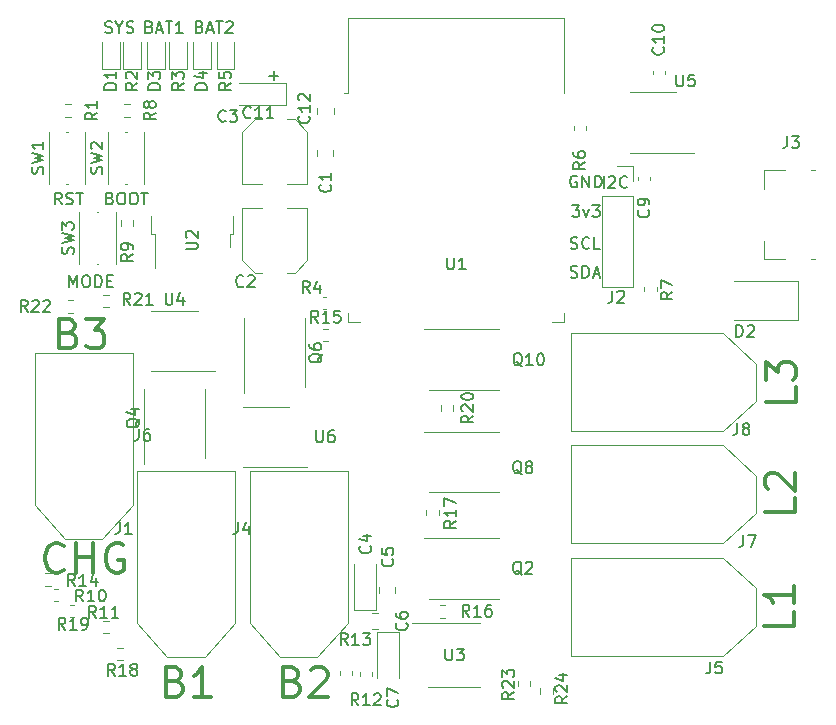
<source format=gbr>
G04 #@! TF.GenerationSoftware,KiCad,Pcbnew,(5.1.7-0-10_14)*
G04 #@! TF.CreationDate,2021-02-01T21:43:09+11:00*
G04 #@! TF.ProjectId,esp32_battery_isolator,65737033-325f-4626-9174-746572795f69,rev?*
G04 #@! TF.SameCoordinates,Original*
G04 #@! TF.FileFunction,Legend,Top*
G04 #@! TF.FilePolarity,Positive*
%FSLAX46Y46*%
G04 Gerber Fmt 4.6, Leading zero omitted, Abs format (unit mm)*
G04 Created by KiCad (PCBNEW (5.1.7-0-10_14)) date 2021-02-01 21:43:09*
%MOMM*%
%LPD*%
G01*
G04 APERTURE LIST*
%ADD10C,0.150000*%
%ADD11C,0.300000*%
%ADD12C,0.120000*%
G04 APERTURE END LIST*
D10*
X129169047Y-80221428D02*
X129930952Y-80221428D01*
X129550000Y-80602380D02*
X129550000Y-79840476D01*
D11*
X112238095Y-101971428D02*
X112595238Y-102090476D01*
X112714285Y-102209523D01*
X112833333Y-102447619D01*
X112833333Y-102804761D01*
X112714285Y-103042857D01*
X112595238Y-103161904D01*
X112357142Y-103280952D01*
X111404761Y-103280952D01*
X111404761Y-100780952D01*
X112238095Y-100780952D01*
X112476190Y-100900000D01*
X112595238Y-101019047D01*
X112714285Y-101257142D01*
X112714285Y-101495238D01*
X112595238Y-101733333D01*
X112476190Y-101852380D01*
X112238095Y-101971428D01*
X111404761Y-101971428D01*
X113666666Y-100780952D02*
X115214285Y-100780952D01*
X114380952Y-101733333D01*
X114738095Y-101733333D01*
X114976190Y-101852380D01*
X115095238Y-101971428D01*
X115214285Y-102209523D01*
X115214285Y-102804761D01*
X115095238Y-103042857D01*
X114976190Y-103161904D01*
X114738095Y-103280952D01*
X114023809Y-103280952D01*
X113785714Y-103161904D01*
X113666666Y-103042857D01*
X173760952Y-106596666D02*
X173760952Y-107787142D01*
X171260952Y-107787142D01*
X171260952Y-106001428D02*
X171260952Y-104453809D01*
X172213333Y-105287142D01*
X172213333Y-104930000D01*
X172332380Y-104691904D01*
X172451428Y-104572857D01*
X172689523Y-104453809D01*
X173284761Y-104453809D01*
X173522857Y-104572857D01*
X173641904Y-104691904D01*
X173760952Y-104930000D01*
X173760952Y-105644285D01*
X173641904Y-105882380D01*
X173522857Y-106001428D01*
X173680952Y-115946666D02*
X173680952Y-117137142D01*
X171180952Y-117137142D01*
X171419047Y-115232380D02*
X171300000Y-115113333D01*
X171180952Y-114875238D01*
X171180952Y-114280000D01*
X171300000Y-114041904D01*
X171419047Y-113922857D01*
X171657142Y-113803809D01*
X171895238Y-113803809D01*
X172252380Y-113922857D01*
X173680952Y-115351428D01*
X173680952Y-113803809D01*
X111764285Y-122042857D02*
X111645238Y-122161904D01*
X111288095Y-122280952D01*
X111050000Y-122280952D01*
X110692857Y-122161904D01*
X110454761Y-121923809D01*
X110335714Y-121685714D01*
X110216666Y-121209523D01*
X110216666Y-120852380D01*
X110335714Y-120376190D01*
X110454761Y-120138095D01*
X110692857Y-119900000D01*
X111050000Y-119780952D01*
X111288095Y-119780952D01*
X111645238Y-119900000D01*
X111764285Y-120019047D01*
X112835714Y-122280952D02*
X112835714Y-119780952D01*
X112835714Y-120971428D02*
X114264285Y-120971428D01*
X114264285Y-122280952D02*
X114264285Y-119780952D01*
X116764285Y-119900000D02*
X116526190Y-119780952D01*
X116169047Y-119780952D01*
X115811904Y-119900000D01*
X115573809Y-120138095D01*
X115454761Y-120376190D01*
X115335714Y-120852380D01*
X115335714Y-121209523D01*
X115454761Y-121685714D01*
X115573809Y-121923809D01*
X115811904Y-122161904D01*
X116169047Y-122280952D01*
X116407142Y-122280952D01*
X116764285Y-122161904D01*
X116883333Y-122042857D01*
X116883333Y-121209523D01*
X116407142Y-121209523D01*
D10*
X112240476Y-98102380D02*
X112240476Y-97102380D01*
X112573809Y-97816666D01*
X112907142Y-97102380D01*
X112907142Y-98102380D01*
X113573809Y-97102380D02*
X113764285Y-97102380D01*
X113859523Y-97150000D01*
X113954761Y-97245238D01*
X114002380Y-97435714D01*
X114002380Y-97769047D01*
X113954761Y-97959523D01*
X113859523Y-98054761D01*
X113764285Y-98102380D01*
X113573809Y-98102380D01*
X113478571Y-98054761D01*
X113383333Y-97959523D01*
X113335714Y-97769047D01*
X113335714Y-97435714D01*
X113383333Y-97245238D01*
X113478571Y-97150000D01*
X113573809Y-97102380D01*
X114430952Y-98102380D02*
X114430952Y-97102380D01*
X114669047Y-97102380D01*
X114811904Y-97150000D01*
X114907142Y-97245238D01*
X114954761Y-97340476D01*
X115002380Y-97530952D01*
X115002380Y-97673809D01*
X114954761Y-97864285D01*
X114907142Y-97959523D01*
X114811904Y-98054761D01*
X114669047Y-98102380D01*
X114430952Y-98102380D01*
X115430952Y-97578571D02*
X115764285Y-97578571D01*
X115907142Y-98102380D02*
X115430952Y-98102380D01*
X115430952Y-97102380D01*
X115907142Y-97102380D01*
X111602380Y-91102380D02*
X111269047Y-90626190D01*
X111030952Y-91102380D02*
X111030952Y-90102380D01*
X111411904Y-90102380D01*
X111507142Y-90150000D01*
X111554761Y-90197619D01*
X111602380Y-90292857D01*
X111602380Y-90435714D01*
X111554761Y-90530952D01*
X111507142Y-90578571D01*
X111411904Y-90626190D01*
X111030952Y-90626190D01*
X111983333Y-91054761D02*
X112126190Y-91102380D01*
X112364285Y-91102380D01*
X112459523Y-91054761D01*
X112507142Y-91007142D01*
X112554761Y-90911904D01*
X112554761Y-90816666D01*
X112507142Y-90721428D01*
X112459523Y-90673809D01*
X112364285Y-90626190D01*
X112173809Y-90578571D01*
X112078571Y-90530952D01*
X112030952Y-90483333D01*
X111983333Y-90388095D01*
X111983333Y-90292857D01*
X112030952Y-90197619D01*
X112078571Y-90150000D01*
X112173809Y-90102380D01*
X112411904Y-90102380D01*
X112554761Y-90150000D01*
X112840476Y-90102380D02*
X113411904Y-90102380D01*
X113126190Y-91102380D02*
X113126190Y-90102380D01*
X115692857Y-90578571D02*
X115835714Y-90626190D01*
X115883333Y-90673809D01*
X115930952Y-90769047D01*
X115930952Y-90911904D01*
X115883333Y-91007142D01*
X115835714Y-91054761D01*
X115740476Y-91102380D01*
X115359523Y-91102380D01*
X115359523Y-90102380D01*
X115692857Y-90102380D01*
X115788095Y-90150000D01*
X115835714Y-90197619D01*
X115883333Y-90292857D01*
X115883333Y-90388095D01*
X115835714Y-90483333D01*
X115788095Y-90530952D01*
X115692857Y-90578571D01*
X115359523Y-90578571D01*
X116550000Y-90102380D02*
X116740476Y-90102380D01*
X116835714Y-90150000D01*
X116930952Y-90245238D01*
X116978571Y-90435714D01*
X116978571Y-90769047D01*
X116930952Y-90959523D01*
X116835714Y-91054761D01*
X116740476Y-91102380D01*
X116550000Y-91102380D01*
X116454761Y-91054761D01*
X116359523Y-90959523D01*
X116311904Y-90769047D01*
X116311904Y-90435714D01*
X116359523Y-90245238D01*
X116454761Y-90150000D01*
X116550000Y-90102380D01*
X117597619Y-90102380D02*
X117788095Y-90102380D01*
X117883333Y-90150000D01*
X117978571Y-90245238D01*
X118026190Y-90435714D01*
X118026190Y-90769047D01*
X117978571Y-90959523D01*
X117883333Y-91054761D01*
X117788095Y-91102380D01*
X117597619Y-91102380D01*
X117502380Y-91054761D01*
X117407142Y-90959523D01*
X117359523Y-90769047D01*
X117359523Y-90435714D01*
X117407142Y-90245238D01*
X117502380Y-90150000D01*
X117597619Y-90102380D01*
X118311904Y-90102380D02*
X118883333Y-90102380D01*
X118597619Y-91102380D02*
X118597619Y-90102380D01*
X123270714Y-76063571D02*
X123413571Y-76111190D01*
X123461190Y-76158809D01*
X123508809Y-76254047D01*
X123508809Y-76396904D01*
X123461190Y-76492142D01*
X123413571Y-76539761D01*
X123318333Y-76587380D01*
X122937380Y-76587380D01*
X122937380Y-75587380D01*
X123270714Y-75587380D01*
X123365952Y-75635000D01*
X123413571Y-75682619D01*
X123461190Y-75777857D01*
X123461190Y-75873095D01*
X123413571Y-75968333D01*
X123365952Y-76015952D01*
X123270714Y-76063571D01*
X122937380Y-76063571D01*
X123889761Y-76301666D02*
X124365952Y-76301666D01*
X123794523Y-76587380D02*
X124127857Y-75587380D01*
X124461190Y-76587380D01*
X124651666Y-75587380D02*
X125223095Y-75587380D01*
X124937380Y-76587380D02*
X124937380Y-75587380D01*
X125508809Y-75682619D02*
X125556428Y-75635000D01*
X125651666Y-75587380D01*
X125889761Y-75587380D01*
X125985000Y-75635000D01*
X126032619Y-75682619D01*
X126080238Y-75777857D01*
X126080238Y-75873095D01*
X126032619Y-76015952D01*
X125461190Y-76587380D01*
X126080238Y-76587380D01*
X115294523Y-76539761D02*
X115437380Y-76587380D01*
X115675476Y-76587380D01*
X115770714Y-76539761D01*
X115818333Y-76492142D01*
X115865952Y-76396904D01*
X115865952Y-76301666D01*
X115818333Y-76206428D01*
X115770714Y-76158809D01*
X115675476Y-76111190D01*
X115485000Y-76063571D01*
X115389761Y-76015952D01*
X115342142Y-75968333D01*
X115294523Y-75873095D01*
X115294523Y-75777857D01*
X115342142Y-75682619D01*
X115389761Y-75635000D01*
X115485000Y-75587380D01*
X115723095Y-75587380D01*
X115865952Y-75635000D01*
X116485000Y-76111190D02*
X116485000Y-76587380D01*
X116151666Y-75587380D02*
X116485000Y-76111190D01*
X116818333Y-75587380D01*
X117104047Y-76539761D02*
X117246904Y-76587380D01*
X117485000Y-76587380D01*
X117580238Y-76539761D01*
X117627857Y-76492142D01*
X117675476Y-76396904D01*
X117675476Y-76301666D01*
X117627857Y-76206428D01*
X117580238Y-76158809D01*
X117485000Y-76111190D01*
X117294523Y-76063571D01*
X117199285Y-76015952D01*
X117151666Y-75968333D01*
X117104047Y-75873095D01*
X117104047Y-75777857D01*
X117151666Y-75682619D01*
X117199285Y-75635000D01*
X117294523Y-75587380D01*
X117532619Y-75587380D01*
X117675476Y-75635000D01*
X119020714Y-76063571D02*
X119163571Y-76111190D01*
X119211190Y-76158809D01*
X119258809Y-76254047D01*
X119258809Y-76396904D01*
X119211190Y-76492142D01*
X119163571Y-76539761D01*
X119068333Y-76587380D01*
X118687380Y-76587380D01*
X118687380Y-75587380D01*
X119020714Y-75587380D01*
X119115952Y-75635000D01*
X119163571Y-75682619D01*
X119211190Y-75777857D01*
X119211190Y-75873095D01*
X119163571Y-75968333D01*
X119115952Y-76015952D01*
X119020714Y-76063571D01*
X118687380Y-76063571D01*
X119639761Y-76301666D02*
X120115952Y-76301666D01*
X119544523Y-76587380D02*
X119877857Y-75587380D01*
X120211190Y-76587380D01*
X120401666Y-75587380D02*
X120973095Y-75587380D01*
X120687380Y-76587380D02*
X120687380Y-75587380D01*
X121830238Y-76587380D02*
X121258809Y-76587380D01*
X121544523Y-76587380D02*
X121544523Y-75587380D01*
X121449285Y-75730238D01*
X121354047Y-75825476D01*
X121258809Y-75873095D01*
X155212741Y-88706671D02*
X155117503Y-88659051D01*
X154974646Y-88659051D01*
X154831788Y-88706671D01*
X154736550Y-88801909D01*
X154688931Y-88897147D01*
X154641312Y-89087623D01*
X154641312Y-89230480D01*
X154688931Y-89420956D01*
X154736550Y-89516194D01*
X154831788Y-89611432D01*
X154974646Y-89659051D01*
X155069884Y-89659051D01*
X155212741Y-89611432D01*
X155260360Y-89563813D01*
X155260360Y-89230480D01*
X155069884Y-89230480D01*
X155688931Y-89659051D02*
X155688931Y-88659051D01*
X156260360Y-89659051D01*
X156260360Y-88659051D01*
X156736550Y-89659051D02*
X156736550Y-88659051D01*
X156974646Y-88659051D01*
X157117503Y-88706671D01*
X157212741Y-88801909D01*
X157260360Y-88897147D01*
X157307979Y-89087623D01*
X157307979Y-89230480D01*
X157260360Y-89420956D01*
X157212741Y-89516194D01*
X157117503Y-89611432D01*
X156974646Y-89659051D01*
X156736550Y-89659051D01*
X154688606Y-97253194D02*
X154831463Y-97300813D01*
X155069558Y-97300813D01*
X155164796Y-97253194D01*
X155212415Y-97205575D01*
X155260034Y-97110337D01*
X155260034Y-97015099D01*
X155212415Y-96919861D01*
X155164796Y-96872242D01*
X155069558Y-96824623D01*
X154879082Y-96777004D01*
X154783844Y-96729385D01*
X154736225Y-96681766D01*
X154688606Y-96586528D01*
X154688606Y-96491290D01*
X154736225Y-96396052D01*
X154783844Y-96348433D01*
X154879082Y-96300813D01*
X155117177Y-96300813D01*
X155260034Y-96348433D01*
X155688606Y-97300813D02*
X155688606Y-96300813D01*
X155926701Y-96300813D01*
X156069558Y-96348433D01*
X156164796Y-96443671D01*
X156212415Y-96538909D01*
X156260034Y-96729385D01*
X156260034Y-96872242D01*
X156212415Y-97062718D01*
X156164796Y-97157956D01*
X156069558Y-97253194D01*
X155926701Y-97300813D01*
X155688606Y-97300813D01*
X156640987Y-97015099D02*
X157117177Y-97015099D01*
X156545749Y-97300813D02*
X156879082Y-96300813D01*
X157212415Y-97300813D01*
X154694477Y-94813570D02*
X154837334Y-94861189D01*
X155075430Y-94861189D01*
X155170668Y-94813570D01*
X155218287Y-94765951D01*
X155265906Y-94670713D01*
X155265906Y-94575475D01*
X155218287Y-94480237D01*
X155170668Y-94432618D01*
X155075430Y-94384999D01*
X154884954Y-94337380D01*
X154789715Y-94289761D01*
X154742096Y-94242142D01*
X154694477Y-94146904D01*
X154694477Y-94051666D01*
X154742096Y-93956428D01*
X154789715Y-93908809D01*
X154884954Y-93861189D01*
X155123049Y-93861189D01*
X155265906Y-93908809D01*
X156265906Y-94765951D02*
X156218287Y-94813570D01*
X156075430Y-94861189D01*
X155980192Y-94861189D01*
X155837334Y-94813570D01*
X155742096Y-94718332D01*
X155694477Y-94623094D01*
X155646858Y-94432618D01*
X155646858Y-94289761D01*
X155694477Y-94099285D01*
X155742096Y-94004047D01*
X155837334Y-93908809D01*
X155980192Y-93861189D01*
X156075430Y-93861189D01*
X156218287Y-93908809D01*
X156265906Y-93956428D01*
X157170668Y-94861189D02*
X156694477Y-94861189D01*
X156694477Y-93861189D01*
X154820046Y-91152490D02*
X155439094Y-91152490D01*
X155105761Y-91533443D01*
X155248618Y-91533443D01*
X155343856Y-91581062D01*
X155391475Y-91628681D01*
X155439094Y-91723919D01*
X155439094Y-91962014D01*
X155391475Y-92057252D01*
X155343856Y-92104871D01*
X155248618Y-92152490D01*
X154962903Y-92152490D01*
X154867665Y-92104871D01*
X154820046Y-92057252D01*
X155772427Y-91485824D02*
X156010523Y-92152490D01*
X156248618Y-91485824D01*
X156534332Y-91152490D02*
X157153380Y-91152490D01*
X156820046Y-91533443D01*
X156962903Y-91533443D01*
X157058142Y-91581062D01*
X157105761Y-91628681D01*
X157153380Y-91723919D01*
X157153380Y-91962014D01*
X157105761Y-92057252D01*
X157058142Y-92104871D01*
X156962903Y-92152490D01*
X156677189Y-92152490D01*
X156581951Y-92104871D01*
X156534332Y-92057252D01*
X157473809Y-89702380D02*
X157473809Y-88702380D01*
X157902380Y-88797619D02*
X157950000Y-88750000D01*
X158045238Y-88702380D01*
X158283333Y-88702380D01*
X158378571Y-88750000D01*
X158426190Y-88797619D01*
X158473809Y-88892857D01*
X158473809Y-88988095D01*
X158426190Y-89130952D01*
X157854761Y-89702380D01*
X158473809Y-89702380D01*
X159473809Y-89607142D02*
X159426190Y-89654761D01*
X159283333Y-89702380D01*
X159188095Y-89702380D01*
X159045238Y-89654761D01*
X158950000Y-89559523D01*
X158902380Y-89464285D01*
X158854761Y-89273809D01*
X158854761Y-89130952D01*
X158902380Y-88940476D01*
X158950000Y-88845238D01*
X159045238Y-88750000D01*
X159188095Y-88702380D01*
X159283333Y-88702380D01*
X159426190Y-88750000D01*
X159473809Y-88797619D01*
D11*
X173600952Y-125566666D02*
X173600952Y-126757142D01*
X171100952Y-126757142D01*
X173600952Y-123423809D02*
X173600952Y-124852380D01*
X173600952Y-124138095D02*
X171100952Y-124138095D01*
X171458095Y-124376190D01*
X171696190Y-124614285D01*
X171815238Y-124852380D01*
X131138095Y-131471428D02*
X131495238Y-131590476D01*
X131614285Y-131709523D01*
X131733333Y-131947619D01*
X131733333Y-132304761D01*
X131614285Y-132542857D01*
X131495238Y-132661904D01*
X131257142Y-132780952D01*
X130304761Y-132780952D01*
X130304761Y-130280952D01*
X131138095Y-130280952D01*
X131376190Y-130400000D01*
X131495238Y-130519047D01*
X131614285Y-130757142D01*
X131614285Y-130995238D01*
X131495238Y-131233333D01*
X131376190Y-131352380D01*
X131138095Y-131471428D01*
X130304761Y-131471428D01*
X132685714Y-130519047D02*
X132804761Y-130400000D01*
X133042857Y-130280952D01*
X133638095Y-130280952D01*
X133876190Y-130400000D01*
X133995238Y-130519047D01*
X134114285Y-130757142D01*
X134114285Y-130995238D01*
X133995238Y-131352380D01*
X132566666Y-132780952D01*
X134114285Y-132780952D01*
X121238095Y-131471428D02*
X121595238Y-131590476D01*
X121714285Y-131709523D01*
X121833333Y-131947619D01*
X121833333Y-132304761D01*
X121714285Y-132542857D01*
X121595238Y-132661904D01*
X121357142Y-132780952D01*
X120404761Y-132780952D01*
X120404761Y-130280952D01*
X121238095Y-130280952D01*
X121476190Y-130400000D01*
X121595238Y-130519047D01*
X121714285Y-130757142D01*
X121714285Y-130995238D01*
X121595238Y-131233333D01*
X121476190Y-131352380D01*
X121238095Y-131471428D01*
X120404761Y-131471428D01*
X124214285Y-132780952D02*
X122785714Y-132780952D01*
X123500000Y-132780952D02*
X123500000Y-130280952D01*
X123261904Y-130638095D01*
X123023809Y-130876190D01*
X122785714Y-130995238D01*
D12*
X127500000Y-113700000D02*
X127500000Y-126550000D01*
X130050000Y-129400000D02*
X133200000Y-129400000D01*
X135800000Y-126550000D02*
X135800000Y-113700000D01*
X135800000Y-113700000D02*
X127500000Y-113700000D01*
X127500000Y-126550000D02*
X130050000Y-129400000D01*
X133200000Y-129400000D02*
X135800000Y-126550000D01*
X134610000Y-86491422D02*
X134610000Y-87008578D01*
X133190000Y-86491422D02*
X133190000Y-87008578D01*
X139860000Y-124033578D02*
X139860000Y-123516422D01*
X138440000Y-124033578D02*
X138440000Y-123516422D01*
X138383578Y-127085000D02*
X137866422Y-127085000D01*
X138383578Y-125665000D02*
X137866422Y-125665000D01*
X116495000Y-79620000D02*
X116495000Y-77335000D01*
X115025000Y-79620000D02*
X116495000Y-79620000D01*
X115025000Y-77335000D02*
X115025000Y-79620000D01*
X118850000Y-77335000D02*
X118850000Y-79620000D01*
X118850000Y-79620000D02*
X120320000Y-79620000D01*
X120320000Y-79620000D02*
X120320000Y-77335000D01*
X118295000Y-79620000D02*
X118295000Y-77335000D01*
X116825000Y-79620000D02*
X118295000Y-79620000D01*
X116825000Y-77335000D02*
X116825000Y-79620000D01*
X120725000Y-77335000D02*
X120725000Y-79620000D01*
X120725000Y-79620000D02*
X122195000Y-79620000D01*
X122195000Y-79620000D02*
X122195000Y-77335000D01*
X134012779Y-99960000D02*
X133687221Y-99960000D01*
X134012779Y-98940000D02*
X133687221Y-98940000D01*
X154940000Y-84487221D02*
X154940000Y-84812779D01*
X155960000Y-84487221D02*
X155960000Y-84812779D01*
X160940000Y-98087221D02*
X160940000Y-98412779D01*
X161960000Y-98087221D02*
X161960000Y-98412779D01*
X111312779Y-123640000D02*
X110987221Y-123640000D01*
X111312779Y-124660000D02*
X110987221Y-124660000D01*
X112274721Y-125040000D02*
X112600279Y-125040000D01*
X112274721Y-126060000D02*
X112600279Y-126060000D01*
X136865000Y-130712221D02*
X136865000Y-131037779D01*
X137885000Y-130712221D02*
X137885000Y-131037779D01*
X135140000Y-130912779D02*
X135140000Y-130587221D01*
X136160000Y-130912779D02*
X136160000Y-130587221D01*
X132410000Y-91390000D02*
X130710000Y-91390000D01*
X126890000Y-91390000D02*
X128590000Y-91390000D01*
X126890000Y-95845563D02*
X126890000Y-91390000D01*
X132410000Y-95845563D02*
X132410000Y-91390000D01*
X131345563Y-96910000D02*
X130710000Y-96910000D01*
X127954437Y-96910000D02*
X128590000Y-96910000D01*
X127954437Y-96910000D02*
X126890000Y-95845563D01*
X131345563Y-96910000D02*
X132410000Y-95845563D01*
X127954437Y-83890000D02*
X126890000Y-84954437D01*
X131345563Y-83890000D02*
X132410000Y-84954437D01*
X131345563Y-83890000D02*
X130710000Y-83890000D01*
X127954437Y-83890000D02*
X128590000Y-83890000D01*
X126890000Y-84954437D02*
X126890000Y-89410000D01*
X132410000Y-84954437D02*
X132410000Y-89410000D01*
X132410000Y-89410000D02*
X130710000Y-89410000D01*
X126890000Y-89410000D02*
X128590000Y-89410000D01*
X161410000Y-88759420D02*
X161410000Y-89040580D01*
X160390000Y-88759420D02*
X160390000Y-89040580D01*
X162660000Y-80065580D02*
X162660000Y-79784420D01*
X161640000Y-80065580D02*
X161640000Y-79784420D01*
X173950000Y-100900000D02*
X173950000Y-97600000D01*
X173950000Y-97600000D02*
X168550000Y-97600000D01*
X173950000Y-100900000D02*
X168550000Y-100900000D01*
X122750000Y-77335000D02*
X122750000Y-79620000D01*
X122750000Y-79620000D02*
X124220000Y-79620000D01*
X124220000Y-79620000D02*
X124220000Y-77335000D01*
X118000000Y-113700000D02*
X118000000Y-126550000D01*
X120550000Y-129400000D02*
X123700000Y-129400000D01*
X126300000Y-126550000D02*
X126300000Y-113700000D01*
X126300000Y-113700000D02*
X118000000Y-113700000D01*
X118000000Y-126550000D02*
X120550000Y-129400000D01*
X123700000Y-129400000D02*
X126300000Y-126550000D01*
X157320000Y-90420000D02*
X159980000Y-90420000D01*
X157320000Y-90420000D02*
X157320000Y-98100000D01*
X157320000Y-98100000D02*
X159980000Y-98100000D01*
X159980000Y-90420000D02*
X159980000Y-98100000D01*
X159980000Y-87820000D02*
X159980000Y-89150000D01*
X158650000Y-87820000D02*
X159980000Y-87820000D01*
X172850000Y-95720000D02*
X171040000Y-95720000D01*
X171040000Y-95720000D02*
X171040000Y-94160000D01*
X172850000Y-88200000D02*
X171040000Y-88200000D01*
X171040000Y-88200000D02*
X171040000Y-89760000D01*
X175050000Y-88200000D02*
X175400000Y-88200000D01*
X175050000Y-95720000D02*
X175400000Y-95720000D01*
X112387258Y-83672500D02*
X111912742Y-83672500D01*
X112387258Y-82627500D02*
X111912742Y-82627500D01*
X126220000Y-79620000D02*
X126220000Y-77335000D01*
X124750000Y-79620000D02*
X126220000Y-79620000D01*
X124750000Y-77335000D02*
X124750000Y-79620000D01*
X135880000Y-100250000D02*
X135880000Y-101030000D01*
X135880000Y-101030000D02*
X136880000Y-101030000D01*
X154120000Y-100250000D02*
X154120000Y-101030000D01*
X154120000Y-101030000D02*
X153120000Y-101030000D01*
X135880000Y-75285000D02*
X154120000Y-75285000D01*
X154120000Y-75285000D02*
X154120000Y-81705000D01*
X135880000Y-75285000D02*
X135880000Y-81705000D01*
X135880000Y-81705000D02*
X135500000Y-81705000D01*
X144850000Y-131985000D02*
X147050000Y-131985000D01*
X144850000Y-131985000D02*
X142650000Y-131985000D01*
X144850000Y-126515000D02*
X147050000Y-126515000D01*
X144850000Y-126515000D02*
X141250000Y-126515000D01*
X161650000Y-81590000D02*
X159700000Y-81590000D01*
X161650000Y-81590000D02*
X163600000Y-81590000D01*
X161650000Y-86710000D02*
X159700000Y-86710000D01*
X161650000Y-86710000D02*
X165100000Y-86710000D01*
X112100000Y-84950000D02*
X112000000Y-84950000D01*
X113600000Y-89350000D02*
X113600000Y-84950000D01*
X110500000Y-84950000D02*
X110500000Y-89350000D01*
X112100000Y-89350000D02*
X112000000Y-89350000D01*
X117100000Y-89350000D02*
X117000000Y-89350000D01*
X115500000Y-84950000D02*
X115500000Y-89350000D01*
X118600000Y-89350000D02*
X118600000Y-84950000D01*
X117100000Y-84950000D02*
X117000000Y-84950000D01*
X114700000Y-96150000D02*
X114600000Y-96150000D01*
X113100000Y-91750000D02*
X113100000Y-96150000D01*
X116200000Y-96150000D02*
X116200000Y-91750000D01*
X114700000Y-91750000D02*
X114600000Y-91750000D01*
X133185000Y-83481252D02*
X133185000Y-82958748D01*
X134655000Y-83481252D02*
X134655000Y-82958748D01*
X117387258Y-83672500D02*
X116912742Y-83672500D01*
X117387258Y-82627500D02*
X116912742Y-82627500D01*
X116627500Y-92412742D02*
X116627500Y-92887258D01*
X117672500Y-92412742D02*
X117672500Y-92887258D01*
X119200000Y-92120000D02*
X119200000Y-93620000D01*
X119200000Y-93620000D02*
X119470000Y-93620000D01*
X119470000Y-93620000D02*
X119470000Y-96450000D01*
X126100000Y-92120000D02*
X126100000Y-93620000D01*
X126100000Y-93620000D02*
X125830000Y-93620000D01*
X125830000Y-93620000D02*
X125830000Y-94720000D01*
X123720000Y-112595000D02*
X123720000Y-106705000D01*
X118580000Y-113050000D02*
X118580000Y-106705000D01*
X127055000Y-107050000D02*
X127055000Y-100705000D01*
X132195000Y-106595000D02*
X132195000Y-100705000D01*
X110687258Y-122327500D02*
X110212742Y-122327500D01*
X110687258Y-123372500D02*
X110212742Y-123372500D01*
X134187258Y-102672500D02*
X133712742Y-102672500D01*
X134187258Y-101627500D02*
X133712742Y-101627500D01*
X128900000Y-113335000D02*
X132350000Y-113335000D01*
X128900000Y-113335000D02*
X126950000Y-113335000D01*
X128900000Y-108215000D02*
X130850000Y-108215000D01*
X128900000Y-108215000D02*
X126950000Y-108215000D01*
X115000000Y-119400000D02*
X117600000Y-116550000D01*
X109300000Y-116550000D02*
X111850000Y-119400000D01*
X117600000Y-103700000D02*
X109300000Y-103700000D01*
X117600000Y-116550000D02*
X117600000Y-103700000D01*
X111850000Y-119400000D02*
X115000000Y-119400000D01*
X109300000Y-103700000D02*
X109300000Y-116550000D01*
X170400000Y-114100000D02*
X167550000Y-111500000D01*
X167550000Y-119800000D02*
X170400000Y-117250000D01*
X154700000Y-111500000D02*
X154700000Y-119800000D01*
X167550000Y-111500000D02*
X154700000Y-111500000D01*
X170400000Y-117250000D02*
X170400000Y-114100000D01*
X154700000Y-119800000D02*
X167550000Y-119800000D01*
X154700000Y-110300000D02*
X167550000Y-110300000D01*
X170400000Y-107750000D02*
X170400000Y-104600000D01*
X167550000Y-102000000D02*
X154700000Y-102000000D01*
X154700000Y-102000000D02*
X154700000Y-110300000D01*
X167550000Y-110300000D02*
X170400000Y-107750000D01*
X170400000Y-104600000D02*
X167550000Y-102000000D01*
X142705000Y-124470000D02*
X148595000Y-124470000D01*
X142250000Y-119330000D02*
X148595000Y-119330000D01*
X142250000Y-110330000D02*
X148595000Y-110330000D01*
X142705000Y-115470000D02*
X148595000Y-115470000D01*
X142705000Y-106820000D02*
X148595000Y-106820000D01*
X142250000Y-101680000D02*
X148595000Y-101680000D01*
X143612742Y-125027500D02*
X144087258Y-125027500D01*
X143612742Y-126072500D02*
X144087258Y-126072500D01*
X143522500Y-117417258D02*
X143522500Y-116942742D01*
X142477500Y-117417258D02*
X142477500Y-116942742D01*
X116287742Y-129672500D02*
X116762258Y-129672500D01*
X116287742Y-128627500D02*
X116762258Y-128627500D01*
X115112742Y-127372500D02*
X115587258Y-127372500D01*
X115112742Y-126327500D02*
X115587258Y-126327500D01*
X143717500Y-108577258D02*
X143717500Y-108102742D01*
X144762500Y-108577258D02*
X144762500Y-108102742D01*
X121150000Y-105210000D02*
X124600000Y-105210000D01*
X121150000Y-105210000D02*
X119200000Y-105210000D01*
X121150000Y-100090000D02*
X123100000Y-100090000D01*
X121150000Y-100090000D02*
X119200000Y-100090000D01*
X170400000Y-123600000D02*
X167550000Y-121000000D01*
X167550000Y-129300000D02*
X170400000Y-126750000D01*
X154700000Y-121000000D02*
X154700000Y-129300000D01*
X167550000Y-121000000D02*
X154700000Y-121000000D01*
X170400000Y-126750000D02*
X170400000Y-123600000D01*
X154700000Y-129300000D02*
X167550000Y-129300000D01*
X115587258Y-98727500D02*
X115112742Y-98727500D01*
X115587258Y-99772500D02*
X115112742Y-99772500D01*
X112587258Y-100272500D02*
X112112742Y-100272500D01*
X112587258Y-99227500D02*
X112112742Y-99227500D01*
X151272500Y-131887258D02*
X151272500Y-131412742D01*
X150227500Y-131887258D02*
X150227500Y-131412742D01*
X153172500Y-132062742D02*
X153172500Y-132537258D01*
X152127500Y-132062742D02*
X152127500Y-132537258D01*
X136315000Y-121550000D02*
X136315000Y-125460000D01*
X136315000Y-125460000D02*
X138185000Y-125460000D01*
X138185000Y-125460000D02*
X138185000Y-121550000D01*
X138315000Y-127290000D02*
X138315000Y-131200000D01*
X140185000Y-127290000D02*
X138315000Y-127290000D01*
X140185000Y-131200000D02*
X140185000Y-127290000D01*
X126650000Y-82685000D02*
X130560000Y-82685000D01*
X130560000Y-82685000D02*
X130560000Y-80815000D01*
X130560000Y-80815000D02*
X126650000Y-80815000D01*
D10*
X126516666Y-118002380D02*
X126516666Y-118716666D01*
X126469047Y-118859523D01*
X126373809Y-118954761D01*
X126230952Y-119002380D01*
X126135714Y-119002380D01*
X127421428Y-118335714D02*
X127421428Y-119002380D01*
X127183333Y-117954761D02*
X126945238Y-118669047D01*
X127564285Y-118669047D01*
X134327142Y-89416666D02*
X134374761Y-89464285D01*
X134422380Y-89607142D01*
X134422380Y-89702380D01*
X134374761Y-89845238D01*
X134279523Y-89940476D01*
X134184285Y-89988095D01*
X133993809Y-90035714D01*
X133850952Y-90035714D01*
X133660476Y-89988095D01*
X133565238Y-89940476D01*
X133470000Y-89845238D01*
X133422380Y-89702380D01*
X133422380Y-89607142D01*
X133470000Y-89464285D01*
X133517619Y-89416666D01*
X134422380Y-88464285D02*
X134422380Y-89035714D01*
X134422380Y-88750000D02*
X133422380Y-88750000D01*
X133565238Y-88845238D01*
X133660476Y-88940476D01*
X133708095Y-89035714D01*
X139587142Y-121131666D02*
X139634761Y-121179285D01*
X139682380Y-121322142D01*
X139682380Y-121417380D01*
X139634761Y-121560238D01*
X139539523Y-121655476D01*
X139444285Y-121703095D01*
X139253809Y-121750714D01*
X139110952Y-121750714D01*
X138920476Y-121703095D01*
X138825238Y-121655476D01*
X138730000Y-121560238D01*
X138682380Y-121417380D01*
X138682380Y-121322142D01*
X138730000Y-121179285D01*
X138777619Y-121131666D01*
X138682380Y-120226904D02*
X138682380Y-120703095D01*
X139158571Y-120750714D01*
X139110952Y-120703095D01*
X139063333Y-120607857D01*
X139063333Y-120369761D01*
X139110952Y-120274523D01*
X139158571Y-120226904D01*
X139253809Y-120179285D01*
X139491904Y-120179285D01*
X139587142Y-120226904D01*
X139634761Y-120274523D01*
X139682380Y-120369761D01*
X139682380Y-120607857D01*
X139634761Y-120703095D01*
X139587142Y-120750714D01*
X140782142Y-126541666D02*
X140829761Y-126589285D01*
X140877380Y-126732142D01*
X140877380Y-126827380D01*
X140829761Y-126970238D01*
X140734523Y-127065476D01*
X140639285Y-127113095D01*
X140448809Y-127160714D01*
X140305952Y-127160714D01*
X140115476Y-127113095D01*
X140020238Y-127065476D01*
X139925000Y-126970238D01*
X139877380Y-126827380D01*
X139877380Y-126732142D01*
X139925000Y-126589285D01*
X139972619Y-126541666D01*
X139877380Y-125684523D02*
X139877380Y-125875000D01*
X139925000Y-125970238D01*
X139972619Y-126017857D01*
X140115476Y-126113095D01*
X140305952Y-126160714D01*
X140686904Y-126160714D01*
X140782142Y-126113095D01*
X140829761Y-126065476D01*
X140877380Y-125970238D01*
X140877380Y-125779761D01*
X140829761Y-125684523D01*
X140782142Y-125636904D01*
X140686904Y-125589285D01*
X140448809Y-125589285D01*
X140353571Y-125636904D01*
X140305952Y-125684523D01*
X140258333Y-125779761D01*
X140258333Y-125970238D01*
X140305952Y-126065476D01*
X140353571Y-126113095D01*
X140448809Y-126160714D01*
X116212380Y-81373095D02*
X115212380Y-81373095D01*
X115212380Y-81135000D01*
X115260000Y-80992142D01*
X115355238Y-80896904D01*
X115450476Y-80849285D01*
X115640952Y-80801666D01*
X115783809Y-80801666D01*
X115974285Y-80849285D01*
X116069523Y-80896904D01*
X116164761Y-80992142D01*
X116212380Y-81135000D01*
X116212380Y-81373095D01*
X116212380Y-79849285D02*
X116212380Y-80420714D01*
X116212380Y-80135000D02*
X115212380Y-80135000D01*
X115355238Y-80230238D01*
X115450476Y-80325476D01*
X115498095Y-80420714D01*
X119937380Y-81373095D02*
X118937380Y-81373095D01*
X118937380Y-81135000D01*
X118985000Y-80992142D01*
X119080238Y-80896904D01*
X119175476Y-80849285D01*
X119365952Y-80801666D01*
X119508809Y-80801666D01*
X119699285Y-80849285D01*
X119794523Y-80896904D01*
X119889761Y-80992142D01*
X119937380Y-81135000D01*
X119937380Y-81373095D01*
X118937380Y-80468333D02*
X118937380Y-79849285D01*
X119318333Y-80182619D01*
X119318333Y-80039761D01*
X119365952Y-79944523D01*
X119413571Y-79896904D01*
X119508809Y-79849285D01*
X119746904Y-79849285D01*
X119842142Y-79896904D01*
X119889761Y-79944523D01*
X119937380Y-80039761D01*
X119937380Y-80325476D01*
X119889761Y-80420714D01*
X119842142Y-80468333D01*
X118012380Y-80801666D02*
X117536190Y-81135000D01*
X118012380Y-81373095D02*
X117012380Y-81373095D01*
X117012380Y-80992142D01*
X117060000Y-80896904D01*
X117107619Y-80849285D01*
X117202857Y-80801666D01*
X117345714Y-80801666D01*
X117440952Y-80849285D01*
X117488571Y-80896904D01*
X117536190Y-80992142D01*
X117536190Y-81373095D01*
X117107619Y-80420714D02*
X117060000Y-80373095D01*
X117012380Y-80277857D01*
X117012380Y-80039761D01*
X117060000Y-79944523D01*
X117107619Y-79896904D01*
X117202857Y-79849285D01*
X117298095Y-79849285D01*
X117440952Y-79896904D01*
X118012380Y-80468333D01*
X118012380Y-79849285D01*
X121937380Y-80801666D02*
X121461190Y-81135000D01*
X121937380Y-81373095D02*
X120937380Y-81373095D01*
X120937380Y-80992142D01*
X120985000Y-80896904D01*
X121032619Y-80849285D01*
X121127857Y-80801666D01*
X121270714Y-80801666D01*
X121365952Y-80849285D01*
X121413571Y-80896904D01*
X121461190Y-80992142D01*
X121461190Y-81373095D01*
X120937380Y-80468333D02*
X120937380Y-79849285D01*
X121318333Y-80182619D01*
X121318333Y-80039761D01*
X121365952Y-79944523D01*
X121413571Y-79896904D01*
X121508809Y-79849285D01*
X121746904Y-79849285D01*
X121842142Y-79896904D01*
X121889761Y-79944523D01*
X121937380Y-80039761D01*
X121937380Y-80325476D01*
X121889761Y-80420714D01*
X121842142Y-80468333D01*
X132583333Y-98602380D02*
X132250000Y-98126190D01*
X132011904Y-98602380D02*
X132011904Y-97602380D01*
X132392857Y-97602380D01*
X132488095Y-97650000D01*
X132535714Y-97697619D01*
X132583333Y-97792857D01*
X132583333Y-97935714D01*
X132535714Y-98030952D01*
X132488095Y-98078571D01*
X132392857Y-98126190D01*
X132011904Y-98126190D01*
X133440476Y-97935714D02*
X133440476Y-98602380D01*
X133202380Y-97554761D02*
X132964285Y-98269047D01*
X133583333Y-98269047D01*
X155902380Y-87529166D02*
X155426190Y-87862500D01*
X155902380Y-88100595D02*
X154902380Y-88100595D01*
X154902380Y-87719642D01*
X154950000Y-87624404D01*
X154997619Y-87576785D01*
X155092857Y-87529166D01*
X155235714Y-87529166D01*
X155330952Y-87576785D01*
X155378571Y-87624404D01*
X155426190Y-87719642D01*
X155426190Y-88100595D01*
X154902380Y-86672023D02*
X154902380Y-86862500D01*
X154950000Y-86957738D01*
X154997619Y-87005357D01*
X155140476Y-87100595D01*
X155330952Y-87148214D01*
X155711904Y-87148214D01*
X155807142Y-87100595D01*
X155854761Y-87052976D01*
X155902380Y-86957738D01*
X155902380Y-86767261D01*
X155854761Y-86672023D01*
X155807142Y-86624404D01*
X155711904Y-86576785D01*
X155473809Y-86576785D01*
X155378571Y-86624404D01*
X155330952Y-86672023D01*
X155283333Y-86767261D01*
X155283333Y-86957738D01*
X155330952Y-87052976D01*
X155378571Y-87100595D01*
X155473809Y-87148214D01*
X163302380Y-98516666D02*
X162826190Y-98850000D01*
X163302380Y-99088095D02*
X162302380Y-99088095D01*
X162302380Y-98707142D01*
X162350000Y-98611904D01*
X162397619Y-98564285D01*
X162492857Y-98516666D01*
X162635714Y-98516666D01*
X162730952Y-98564285D01*
X162778571Y-98611904D01*
X162826190Y-98707142D01*
X162826190Y-99088095D01*
X162302380Y-98183333D02*
X162302380Y-97516666D01*
X163302380Y-97945238D01*
X113407142Y-124702380D02*
X113073809Y-124226190D01*
X112835714Y-124702380D02*
X112835714Y-123702380D01*
X113216666Y-123702380D01*
X113311904Y-123750000D01*
X113359523Y-123797619D01*
X113407142Y-123892857D01*
X113407142Y-124035714D01*
X113359523Y-124130952D01*
X113311904Y-124178571D01*
X113216666Y-124226190D01*
X112835714Y-124226190D01*
X114359523Y-124702380D02*
X113788095Y-124702380D01*
X114073809Y-124702380D02*
X114073809Y-123702380D01*
X113978571Y-123845238D01*
X113883333Y-123940476D01*
X113788095Y-123988095D01*
X114978571Y-123702380D02*
X115073809Y-123702380D01*
X115169047Y-123750000D01*
X115216666Y-123797619D01*
X115264285Y-123892857D01*
X115311904Y-124083333D01*
X115311904Y-124321428D01*
X115264285Y-124511904D01*
X115216666Y-124607142D01*
X115169047Y-124654761D01*
X115073809Y-124702380D01*
X114978571Y-124702380D01*
X114883333Y-124654761D01*
X114835714Y-124607142D01*
X114788095Y-124511904D01*
X114740476Y-124321428D01*
X114740476Y-124083333D01*
X114788095Y-123892857D01*
X114835714Y-123797619D01*
X114883333Y-123750000D01*
X114978571Y-123702380D01*
X114494642Y-126102380D02*
X114161309Y-125626190D01*
X113923214Y-126102380D02*
X113923214Y-125102380D01*
X114304166Y-125102380D01*
X114399404Y-125150000D01*
X114447023Y-125197619D01*
X114494642Y-125292857D01*
X114494642Y-125435714D01*
X114447023Y-125530952D01*
X114399404Y-125578571D01*
X114304166Y-125626190D01*
X113923214Y-125626190D01*
X115447023Y-126102380D02*
X114875595Y-126102380D01*
X115161309Y-126102380D02*
X115161309Y-125102380D01*
X115066071Y-125245238D01*
X114970833Y-125340476D01*
X114875595Y-125388095D01*
X116399404Y-126102380D02*
X115827976Y-126102380D01*
X116113690Y-126102380D02*
X116113690Y-125102380D01*
X116018452Y-125245238D01*
X115923214Y-125340476D01*
X115827976Y-125388095D01*
X136707142Y-133502380D02*
X136373809Y-133026190D01*
X136135714Y-133502380D02*
X136135714Y-132502380D01*
X136516666Y-132502380D01*
X136611904Y-132550000D01*
X136659523Y-132597619D01*
X136707142Y-132692857D01*
X136707142Y-132835714D01*
X136659523Y-132930952D01*
X136611904Y-132978571D01*
X136516666Y-133026190D01*
X136135714Y-133026190D01*
X137659523Y-133502380D02*
X137088095Y-133502380D01*
X137373809Y-133502380D02*
X137373809Y-132502380D01*
X137278571Y-132645238D01*
X137183333Y-132740476D01*
X137088095Y-132788095D01*
X138040476Y-132597619D02*
X138088095Y-132550000D01*
X138183333Y-132502380D01*
X138421428Y-132502380D01*
X138516666Y-132550000D01*
X138564285Y-132597619D01*
X138611904Y-132692857D01*
X138611904Y-132788095D01*
X138564285Y-132930952D01*
X137992857Y-133502380D01*
X138611904Y-133502380D01*
X135807142Y-128402380D02*
X135473809Y-127926190D01*
X135235714Y-128402380D02*
X135235714Y-127402380D01*
X135616666Y-127402380D01*
X135711904Y-127450000D01*
X135759523Y-127497619D01*
X135807142Y-127592857D01*
X135807142Y-127735714D01*
X135759523Y-127830952D01*
X135711904Y-127878571D01*
X135616666Y-127926190D01*
X135235714Y-127926190D01*
X136759523Y-128402380D02*
X136188095Y-128402380D01*
X136473809Y-128402380D02*
X136473809Y-127402380D01*
X136378571Y-127545238D01*
X136283333Y-127640476D01*
X136188095Y-127688095D01*
X137092857Y-127402380D02*
X137711904Y-127402380D01*
X137378571Y-127783333D01*
X137521428Y-127783333D01*
X137616666Y-127830952D01*
X137664285Y-127878571D01*
X137711904Y-127973809D01*
X137711904Y-128211904D01*
X137664285Y-128307142D01*
X137616666Y-128354761D01*
X137521428Y-128402380D01*
X137235714Y-128402380D01*
X137140476Y-128354761D01*
X137092857Y-128307142D01*
X126983333Y-98007142D02*
X126935714Y-98054761D01*
X126792857Y-98102380D01*
X126697619Y-98102380D01*
X126554761Y-98054761D01*
X126459523Y-97959523D01*
X126411904Y-97864285D01*
X126364285Y-97673809D01*
X126364285Y-97530952D01*
X126411904Y-97340476D01*
X126459523Y-97245238D01*
X126554761Y-97150000D01*
X126697619Y-97102380D01*
X126792857Y-97102380D01*
X126935714Y-97150000D01*
X126983333Y-97197619D01*
X127364285Y-97197619D02*
X127411904Y-97150000D01*
X127507142Y-97102380D01*
X127745238Y-97102380D01*
X127840476Y-97150000D01*
X127888095Y-97197619D01*
X127935714Y-97292857D01*
X127935714Y-97388095D01*
X127888095Y-97530952D01*
X127316666Y-98102380D01*
X127935714Y-98102380D01*
X125483333Y-84007142D02*
X125435714Y-84054761D01*
X125292857Y-84102380D01*
X125197619Y-84102380D01*
X125054761Y-84054761D01*
X124959523Y-83959523D01*
X124911904Y-83864285D01*
X124864285Y-83673809D01*
X124864285Y-83530952D01*
X124911904Y-83340476D01*
X124959523Y-83245238D01*
X125054761Y-83150000D01*
X125197619Y-83102380D01*
X125292857Y-83102380D01*
X125435714Y-83150000D01*
X125483333Y-83197619D01*
X125816666Y-83102380D02*
X126435714Y-83102380D01*
X126102380Y-83483333D01*
X126245238Y-83483333D01*
X126340476Y-83530952D01*
X126388095Y-83578571D01*
X126435714Y-83673809D01*
X126435714Y-83911904D01*
X126388095Y-84007142D01*
X126340476Y-84054761D01*
X126245238Y-84102380D01*
X125959523Y-84102380D01*
X125864285Y-84054761D01*
X125816666Y-84007142D01*
X161257142Y-91566666D02*
X161304761Y-91614285D01*
X161352380Y-91757142D01*
X161352380Y-91852380D01*
X161304761Y-91995238D01*
X161209523Y-92090476D01*
X161114285Y-92138095D01*
X160923809Y-92185714D01*
X160780952Y-92185714D01*
X160590476Y-92138095D01*
X160495238Y-92090476D01*
X160400000Y-91995238D01*
X160352380Y-91852380D01*
X160352380Y-91757142D01*
X160400000Y-91614285D01*
X160447619Y-91566666D01*
X161352380Y-91090476D02*
X161352380Y-90900000D01*
X161304761Y-90804761D01*
X161257142Y-90757142D01*
X161114285Y-90661904D01*
X160923809Y-90614285D01*
X160542857Y-90614285D01*
X160447619Y-90661904D01*
X160400000Y-90709523D01*
X160352380Y-90804761D01*
X160352380Y-90995238D01*
X160400000Y-91090476D01*
X160447619Y-91138095D01*
X160542857Y-91185714D01*
X160780952Y-91185714D01*
X160876190Y-91138095D01*
X160923809Y-91090476D01*
X160971428Y-90995238D01*
X160971428Y-90804761D01*
X160923809Y-90709523D01*
X160876190Y-90661904D01*
X160780952Y-90614285D01*
X162507142Y-77792857D02*
X162554761Y-77840476D01*
X162602380Y-77983333D01*
X162602380Y-78078571D01*
X162554761Y-78221428D01*
X162459523Y-78316666D01*
X162364285Y-78364285D01*
X162173809Y-78411904D01*
X162030952Y-78411904D01*
X161840476Y-78364285D01*
X161745238Y-78316666D01*
X161650000Y-78221428D01*
X161602380Y-78078571D01*
X161602380Y-77983333D01*
X161650000Y-77840476D01*
X161697619Y-77792857D01*
X162602380Y-76840476D02*
X162602380Y-77411904D01*
X162602380Y-77126190D02*
X161602380Y-77126190D01*
X161745238Y-77221428D01*
X161840476Y-77316666D01*
X161888095Y-77411904D01*
X161602380Y-76221428D02*
X161602380Y-76126190D01*
X161650000Y-76030952D01*
X161697619Y-75983333D01*
X161792857Y-75935714D01*
X161983333Y-75888095D01*
X162221428Y-75888095D01*
X162411904Y-75935714D01*
X162507142Y-75983333D01*
X162554761Y-76030952D01*
X162602380Y-76126190D01*
X162602380Y-76221428D01*
X162554761Y-76316666D01*
X162507142Y-76364285D01*
X162411904Y-76411904D01*
X162221428Y-76459523D01*
X161983333Y-76459523D01*
X161792857Y-76411904D01*
X161697619Y-76364285D01*
X161650000Y-76316666D01*
X161602380Y-76221428D01*
X168711904Y-102302380D02*
X168711904Y-101302380D01*
X168950000Y-101302380D01*
X169092857Y-101350000D01*
X169188095Y-101445238D01*
X169235714Y-101540476D01*
X169283333Y-101730952D01*
X169283333Y-101873809D01*
X169235714Y-102064285D01*
X169188095Y-102159523D01*
X169092857Y-102254761D01*
X168950000Y-102302380D01*
X168711904Y-102302380D01*
X169664285Y-101397619D02*
X169711904Y-101350000D01*
X169807142Y-101302380D01*
X170045238Y-101302380D01*
X170140476Y-101350000D01*
X170188095Y-101397619D01*
X170235714Y-101492857D01*
X170235714Y-101588095D01*
X170188095Y-101730952D01*
X169616666Y-102302380D01*
X170235714Y-102302380D01*
X123887380Y-81373095D02*
X122887380Y-81373095D01*
X122887380Y-81135000D01*
X122935000Y-80992142D01*
X123030238Y-80896904D01*
X123125476Y-80849285D01*
X123315952Y-80801666D01*
X123458809Y-80801666D01*
X123649285Y-80849285D01*
X123744523Y-80896904D01*
X123839761Y-80992142D01*
X123887380Y-81135000D01*
X123887380Y-81373095D01*
X123220714Y-79944523D02*
X123887380Y-79944523D01*
X122839761Y-80182619D02*
X123554047Y-80420714D01*
X123554047Y-79801666D01*
X116516666Y-118002380D02*
X116516666Y-118716666D01*
X116469047Y-118859523D01*
X116373809Y-118954761D01*
X116230952Y-119002380D01*
X116135714Y-119002380D01*
X117516666Y-119002380D02*
X116945238Y-119002380D01*
X117230952Y-119002380D02*
X117230952Y-118002380D01*
X117135714Y-118145238D01*
X117040476Y-118240476D01*
X116945238Y-118288095D01*
X158216666Y-98402380D02*
X158216666Y-99116666D01*
X158169047Y-99259523D01*
X158073809Y-99354761D01*
X157930952Y-99402380D01*
X157835714Y-99402380D01*
X158645238Y-98497619D02*
X158692857Y-98450000D01*
X158788095Y-98402380D01*
X159026190Y-98402380D01*
X159121428Y-98450000D01*
X159169047Y-98497619D01*
X159216666Y-98592857D01*
X159216666Y-98688095D01*
X159169047Y-98830952D01*
X158597619Y-99402380D01*
X159216666Y-99402380D01*
X173016666Y-85312380D02*
X173016666Y-86026666D01*
X172969047Y-86169523D01*
X172873809Y-86264761D01*
X172730952Y-86312380D01*
X172635714Y-86312380D01*
X173397619Y-85312380D02*
X174016666Y-85312380D01*
X173683333Y-85693333D01*
X173826190Y-85693333D01*
X173921428Y-85740952D01*
X173969047Y-85788571D01*
X174016666Y-85883809D01*
X174016666Y-86121904D01*
X173969047Y-86217142D01*
X173921428Y-86264761D01*
X173826190Y-86312380D01*
X173540476Y-86312380D01*
X173445238Y-86264761D01*
X173397619Y-86217142D01*
X114602380Y-83316666D02*
X114126190Y-83650000D01*
X114602380Y-83888095D02*
X113602380Y-83888095D01*
X113602380Y-83507142D01*
X113650000Y-83411904D01*
X113697619Y-83364285D01*
X113792857Y-83316666D01*
X113935714Y-83316666D01*
X114030952Y-83364285D01*
X114078571Y-83411904D01*
X114126190Y-83507142D01*
X114126190Y-83888095D01*
X114602380Y-82364285D02*
X114602380Y-82935714D01*
X114602380Y-82650000D02*
X113602380Y-82650000D01*
X113745238Y-82745238D01*
X113840476Y-82840476D01*
X113888095Y-82935714D01*
X125937380Y-80801666D02*
X125461190Y-81135000D01*
X125937380Y-81373095D02*
X124937380Y-81373095D01*
X124937380Y-80992142D01*
X124985000Y-80896904D01*
X125032619Y-80849285D01*
X125127857Y-80801666D01*
X125270714Y-80801666D01*
X125365952Y-80849285D01*
X125413571Y-80896904D01*
X125461190Y-80992142D01*
X125461190Y-81373095D01*
X124937380Y-79896904D02*
X124937380Y-80373095D01*
X125413571Y-80420714D01*
X125365952Y-80373095D01*
X125318333Y-80277857D01*
X125318333Y-80039761D01*
X125365952Y-79944523D01*
X125413571Y-79896904D01*
X125508809Y-79849285D01*
X125746904Y-79849285D01*
X125842142Y-79896904D01*
X125889761Y-79944523D01*
X125937380Y-80039761D01*
X125937380Y-80277857D01*
X125889761Y-80373095D01*
X125842142Y-80420714D01*
X144238095Y-95602380D02*
X144238095Y-96411904D01*
X144285714Y-96507142D01*
X144333333Y-96554761D01*
X144428571Y-96602380D01*
X144619047Y-96602380D01*
X144714285Y-96554761D01*
X144761904Y-96507142D01*
X144809523Y-96411904D01*
X144809523Y-95602380D01*
X145809523Y-96602380D02*
X145238095Y-96602380D01*
X145523809Y-96602380D02*
X145523809Y-95602380D01*
X145428571Y-95745238D01*
X145333333Y-95840476D01*
X145238095Y-95888095D01*
X144088095Y-128702380D02*
X144088095Y-129511904D01*
X144135714Y-129607142D01*
X144183333Y-129654761D01*
X144278571Y-129702380D01*
X144469047Y-129702380D01*
X144564285Y-129654761D01*
X144611904Y-129607142D01*
X144659523Y-129511904D01*
X144659523Y-128702380D01*
X145040476Y-128702380D02*
X145659523Y-128702380D01*
X145326190Y-129083333D01*
X145469047Y-129083333D01*
X145564285Y-129130952D01*
X145611904Y-129178571D01*
X145659523Y-129273809D01*
X145659523Y-129511904D01*
X145611904Y-129607142D01*
X145564285Y-129654761D01*
X145469047Y-129702380D01*
X145183333Y-129702380D01*
X145088095Y-129654761D01*
X145040476Y-129607142D01*
X163638095Y-80102380D02*
X163638095Y-80911904D01*
X163685714Y-81007142D01*
X163733333Y-81054761D01*
X163828571Y-81102380D01*
X164019047Y-81102380D01*
X164114285Y-81054761D01*
X164161904Y-81007142D01*
X164209523Y-80911904D01*
X164209523Y-80102380D01*
X165161904Y-80102380D02*
X164685714Y-80102380D01*
X164638095Y-80578571D01*
X164685714Y-80530952D01*
X164780952Y-80483333D01*
X165019047Y-80483333D01*
X165114285Y-80530952D01*
X165161904Y-80578571D01*
X165209523Y-80673809D01*
X165209523Y-80911904D01*
X165161904Y-81007142D01*
X165114285Y-81054761D01*
X165019047Y-81102380D01*
X164780952Y-81102380D01*
X164685714Y-81054761D01*
X164638095Y-81007142D01*
X110004761Y-88483333D02*
X110052380Y-88340476D01*
X110052380Y-88102380D01*
X110004761Y-88007142D01*
X109957142Y-87959523D01*
X109861904Y-87911904D01*
X109766666Y-87911904D01*
X109671428Y-87959523D01*
X109623809Y-88007142D01*
X109576190Y-88102380D01*
X109528571Y-88292857D01*
X109480952Y-88388095D01*
X109433333Y-88435714D01*
X109338095Y-88483333D01*
X109242857Y-88483333D01*
X109147619Y-88435714D01*
X109100000Y-88388095D01*
X109052380Y-88292857D01*
X109052380Y-88054761D01*
X109100000Y-87911904D01*
X109052380Y-87578571D02*
X110052380Y-87340476D01*
X109338095Y-87150000D01*
X110052380Y-86959523D01*
X109052380Y-86721428D01*
X110052380Y-85816666D02*
X110052380Y-86388095D01*
X110052380Y-86102380D02*
X109052380Y-86102380D01*
X109195238Y-86197619D01*
X109290476Y-86292857D01*
X109338095Y-86388095D01*
X115004761Y-88483333D02*
X115052380Y-88340476D01*
X115052380Y-88102380D01*
X115004761Y-88007142D01*
X114957142Y-87959523D01*
X114861904Y-87911904D01*
X114766666Y-87911904D01*
X114671428Y-87959523D01*
X114623809Y-88007142D01*
X114576190Y-88102380D01*
X114528571Y-88292857D01*
X114480952Y-88388095D01*
X114433333Y-88435714D01*
X114338095Y-88483333D01*
X114242857Y-88483333D01*
X114147619Y-88435714D01*
X114100000Y-88388095D01*
X114052380Y-88292857D01*
X114052380Y-88054761D01*
X114100000Y-87911904D01*
X114052380Y-87578571D02*
X115052380Y-87340476D01*
X114338095Y-87150000D01*
X115052380Y-86959523D01*
X114052380Y-86721428D01*
X114147619Y-86388095D02*
X114100000Y-86340476D01*
X114052380Y-86245238D01*
X114052380Y-86007142D01*
X114100000Y-85911904D01*
X114147619Y-85864285D01*
X114242857Y-85816666D01*
X114338095Y-85816666D01*
X114480952Y-85864285D01*
X115052380Y-86435714D01*
X115052380Y-85816666D01*
X112554761Y-95283333D02*
X112602380Y-95140476D01*
X112602380Y-94902380D01*
X112554761Y-94807142D01*
X112507142Y-94759523D01*
X112411904Y-94711904D01*
X112316666Y-94711904D01*
X112221428Y-94759523D01*
X112173809Y-94807142D01*
X112126190Y-94902380D01*
X112078571Y-95092857D01*
X112030952Y-95188095D01*
X111983333Y-95235714D01*
X111888095Y-95283333D01*
X111792857Y-95283333D01*
X111697619Y-95235714D01*
X111650000Y-95188095D01*
X111602380Y-95092857D01*
X111602380Y-94854761D01*
X111650000Y-94711904D01*
X111602380Y-94378571D02*
X112602380Y-94140476D01*
X111888095Y-93950000D01*
X112602380Y-93759523D01*
X111602380Y-93521428D01*
X111602380Y-93235714D02*
X111602380Y-92616666D01*
X111983333Y-92950000D01*
X111983333Y-92807142D01*
X112030952Y-92711904D01*
X112078571Y-92664285D01*
X112173809Y-92616666D01*
X112411904Y-92616666D01*
X112507142Y-92664285D01*
X112554761Y-92711904D01*
X112602380Y-92807142D01*
X112602380Y-93092857D01*
X112554761Y-93188095D01*
X112507142Y-93235714D01*
X132527142Y-83612857D02*
X132574761Y-83660476D01*
X132622380Y-83803333D01*
X132622380Y-83898571D01*
X132574761Y-84041428D01*
X132479523Y-84136666D01*
X132384285Y-84184285D01*
X132193809Y-84231904D01*
X132050952Y-84231904D01*
X131860476Y-84184285D01*
X131765238Y-84136666D01*
X131670000Y-84041428D01*
X131622380Y-83898571D01*
X131622380Y-83803333D01*
X131670000Y-83660476D01*
X131717619Y-83612857D01*
X132622380Y-82660476D02*
X132622380Y-83231904D01*
X132622380Y-82946190D02*
X131622380Y-82946190D01*
X131765238Y-83041428D01*
X131860476Y-83136666D01*
X131908095Y-83231904D01*
X131717619Y-82279523D02*
X131670000Y-82231904D01*
X131622380Y-82136666D01*
X131622380Y-81898571D01*
X131670000Y-81803333D01*
X131717619Y-81755714D01*
X131812857Y-81708095D01*
X131908095Y-81708095D01*
X132050952Y-81755714D01*
X132622380Y-82327142D01*
X132622380Y-81708095D01*
X119552380Y-83316666D02*
X119076190Y-83650000D01*
X119552380Y-83888095D02*
X118552380Y-83888095D01*
X118552380Y-83507142D01*
X118600000Y-83411904D01*
X118647619Y-83364285D01*
X118742857Y-83316666D01*
X118885714Y-83316666D01*
X118980952Y-83364285D01*
X119028571Y-83411904D01*
X119076190Y-83507142D01*
X119076190Y-83888095D01*
X118980952Y-82745238D02*
X118933333Y-82840476D01*
X118885714Y-82888095D01*
X118790476Y-82935714D01*
X118742857Y-82935714D01*
X118647619Y-82888095D01*
X118600000Y-82840476D01*
X118552380Y-82745238D01*
X118552380Y-82554761D01*
X118600000Y-82459523D01*
X118647619Y-82411904D01*
X118742857Y-82364285D01*
X118790476Y-82364285D01*
X118885714Y-82411904D01*
X118933333Y-82459523D01*
X118980952Y-82554761D01*
X118980952Y-82745238D01*
X119028571Y-82840476D01*
X119076190Y-82888095D01*
X119171428Y-82935714D01*
X119361904Y-82935714D01*
X119457142Y-82888095D01*
X119504761Y-82840476D01*
X119552380Y-82745238D01*
X119552380Y-82554761D01*
X119504761Y-82459523D01*
X119457142Y-82411904D01*
X119361904Y-82364285D01*
X119171428Y-82364285D01*
X119076190Y-82411904D01*
X119028571Y-82459523D01*
X118980952Y-82554761D01*
X117602380Y-95316666D02*
X117126190Y-95650000D01*
X117602380Y-95888095D02*
X116602380Y-95888095D01*
X116602380Y-95507142D01*
X116650000Y-95411904D01*
X116697619Y-95364285D01*
X116792857Y-95316666D01*
X116935714Y-95316666D01*
X117030952Y-95364285D01*
X117078571Y-95411904D01*
X117126190Y-95507142D01*
X117126190Y-95888095D01*
X117602380Y-94840476D02*
X117602380Y-94650000D01*
X117554761Y-94554761D01*
X117507142Y-94507142D01*
X117364285Y-94411904D01*
X117173809Y-94364285D01*
X116792857Y-94364285D01*
X116697619Y-94411904D01*
X116650000Y-94459523D01*
X116602380Y-94554761D01*
X116602380Y-94745238D01*
X116650000Y-94840476D01*
X116697619Y-94888095D01*
X116792857Y-94935714D01*
X117030952Y-94935714D01*
X117126190Y-94888095D01*
X117173809Y-94840476D01*
X117221428Y-94745238D01*
X117221428Y-94554761D01*
X117173809Y-94459523D01*
X117126190Y-94411904D01*
X117030952Y-94364285D01*
X122102380Y-94911904D02*
X122911904Y-94911904D01*
X123007142Y-94864285D01*
X123054761Y-94816666D01*
X123102380Y-94721428D01*
X123102380Y-94530952D01*
X123054761Y-94435714D01*
X123007142Y-94388095D01*
X122911904Y-94340476D01*
X122102380Y-94340476D01*
X122197619Y-93911904D02*
X122150000Y-93864285D01*
X122102380Y-93769047D01*
X122102380Y-93530952D01*
X122150000Y-93435714D01*
X122197619Y-93388095D01*
X122292857Y-93340476D01*
X122388095Y-93340476D01*
X122530952Y-93388095D01*
X123102380Y-93959523D01*
X123102380Y-93340476D01*
X118197619Y-109245238D02*
X118150000Y-109340476D01*
X118054761Y-109435714D01*
X117911904Y-109578571D01*
X117864285Y-109673809D01*
X117864285Y-109769047D01*
X118102380Y-109721428D02*
X118054761Y-109816666D01*
X117959523Y-109911904D01*
X117769047Y-109959523D01*
X117435714Y-109959523D01*
X117245238Y-109911904D01*
X117150000Y-109816666D01*
X117102380Y-109721428D01*
X117102380Y-109530952D01*
X117150000Y-109435714D01*
X117245238Y-109340476D01*
X117435714Y-109292857D01*
X117769047Y-109292857D01*
X117959523Y-109340476D01*
X118054761Y-109435714D01*
X118102380Y-109530952D01*
X118102380Y-109721428D01*
X117435714Y-108435714D02*
X118102380Y-108435714D01*
X117054761Y-108673809D02*
X117769047Y-108911904D01*
X117769047Y-108292857D01*
X133672619Y-103745238D02*
X133625000Y-103840476D01*
X133529761Y-103935714D01*
X133386904Y-104078571D01*
X133339285Y-104173809D01*
X133339285Y-104269047D01*
X133577380Y-104221428D02*
X133529761Y-104316666D01*
X133434523Y-104411904D01*
X133244047Y-104459523D01*
X132910714Y-104459523D01*
X132720238Y-104411904D01*
X132625000Y-104316666D01*
X132577380Y-104221428D01*
X132577380Y-104030952D01*
X132625000Y-103935714D01*
X132720238Y-103840476D01*
X132910714Y-103792857D01*
X133244047Y-103792857D01*
X133434523Y-103840476D01*
X133529761Y-103935714D01*
X133577380Y-104030952D01*
X133577380Y-104221428D01*
X132577380Y-102935714D02*
X132577380Y-103126190D01*
X132625000Y-103221428D01*
X132672619Y-103269047D01*
X132815476Y-103364285D01*
X133005952Y-103411904D01*
X133386904Y-103411904D01*
X133482142Y-103364285D01*
X133529761Y-103316666D01*
X133577380Y-103221428D01*
X133577380Y-103030952D01*
X133529761Y-102935714D01*
X133482142Y-102888095D01*
X133386904Y-102840476D01*
X133148809Y-102840476D01*
X133053571Y-102888095D01*
X133005952Y-102935714D01*
X132958333Y-103030952D01*
X132958333Y-103221428D01*
X133005952Y-103316666D01*
X133053571Y-103364285D01*
X133148809Y-103411904D01*
X112707142Y-123402380D02*
X112373809Y-122926190D01*
X112135714Y-123402380D02*
X112135714Y-122402380D01*
X112516666Y-122402380D01*
X112611904Y-122450000D01*
X112659523Y-122497619D01*
X112707142Y-122592857D01*
X112707142Y-122735714D01*
X112659523Y-122830952D01*
X112611904Y-122878571D01*
X112516666Y-122926190D01*
X112135714Y-122926190D01*
X113659523Y-123402380D02*
X113088095Y-123402380D01*
X113373809Y-123402380D02*
X113373809Y-122402380D01*
X113278571Y-122545238D01*
X113183333Y-122640476D01*
X113088095Y-122688095D01*
X114516666Y-122735714D02*
X114516666Y-123402380D01*
X114278571Y-122354761D02*
X114040476Y-123069047D01*
X114659523Y-123069047D01*
X133307142Y-101102380D02*
X132973809Y-100626190D01*
X132735714Y-101102380D02*
X132735714Y-100102380D01*
X133116666Y-100102380D01*
X133211904Y-100150000D01*
X133259523Y-100197619D01*
X133307142Y-100292857D01*
X133307142Y-100435714D01*
X133259523Y-100530952D01*
X133211904Y-100578571D01*
X133116666Y-100626190D01*
X132735714Y-100626190D01*
X134259523Y-101102380D02*
X133688095Y-101102380D01*
X133973809Y-101102380D02*
X133973809Y-100102380D01*
X133878571Y-100245238D01*
X133783333Y-100340476D01*
X133688095Y-100388095D01*
X135164285Y-100102380D02*
X134688095Y-100102380D01*
X134640476Y-100578571D01*
X134688095Y-100530952D01*
X134783333Y-100483333D01*
X135021428Y-100483333D01*
X135116666Y-100530952D01*
X135164285Y-100578571D01*
X135211904Y-100673809D01*
X135211904Y-100911904D01*
X135164285Y-101007142D01*
X135116666Y-101054761D01*
X135021428Y-101102380D01*
X134783333Y-101102380D01*
X134688095Y-101054761D01*
X134640476Y-101007142D01*
X133138095Y-110227380D02*
X133138095Y-111036904D01*
X133185714Y-111132142D01*
X133233333Y-111179761D01*
X133328571Y-111227380D01*
X133519047Y-111227380D01*
X133614285Y-111179761D01*
X133661904Y-111132142D01*
X133709523Y-111036904D01*
X133709523Y-110227380D01*
X134614285Y-110227380D02*
X134423809Y-110227380D01*
X134328571Y-110275000D01*
X134280952Y-110322619D01*
X134185714Y-110465476D01*
X134138095Y-110655952D01*
X134138095Y-111036904D01*
X134185714Y-111132142D01*
X134233333Y-111179761D01*
X134328571Y-111227380D01*
X134519047Y-111227380D01*
X134614285Y-111179761D01*
X134661904Y-111132142D01*
X134709523Y-111036904D01*
X134709523Y-110798809D01*
X134661904Y-110703571D01*
X134614285Y-110655952D01*
X134519047Y-110608333D01*
X134328571Y-110608333D01*
X134233333Y-110655952D01*
X134185714Y-110703571D01*
X134138095Y-110798809D01*
X118116666Y-110102380D02*
X118116666Y-110816666D01*
X118069047Y-110959523D01*
X117973809Y-111054761D01*
X117830952Y-111102380D01*
X117735714Y-111102380D01*
X119021428Y-110102380D02*
X118830952Y-110102380D01*
X118735714Y-110150000D01*
X118688095Y-110197619D01*
X118592857Y-110340476D01*
X118545238Y-110530952D01*
X118545238Y-110911904D01*
X118592857Y-111007142D01*
X118640476Y-111054761D01*
X118735714Y-111102380D01*
X118926190Y-111102380D01*
X119021428Y-111054761D01*
X119069047Y-111007142D01*
X119116666Y-110911904D01*
X119116666Y-110673809D01*
X119069047Y-110578571D01*
X119021428Y-110530952D01*
X118926190Y-110483333D01*
X118735714Y-110483333D01*
X118640476Y-110530952D01*
X118592857Y-110578571D01*
X118545238Y-110673809D01*
X169316666Y-119102380D02*
X169316666Y-119816666D01*
X169269047Y-119959523D01*
X169173809Y-120054761D01*
X169030952Y-120102380D01*
X168935714Y-120102380D01*
X169697619Y-119102380D02*
X170364285Y-119102380D01*
X169935714Y-120102380D01*
X168816666Y-109602380D02*
X168816666Y-110316666D01*
X168769047Y-110459523D01*
X168673809Y-110554761D01*
X168530952Y-110602380D01*
X168435714Y-110602380D01*
X169435714Y-110030952D02*
X169340476Y-109983333D01*
X169292857Y-109935714D01*
X169245238Y-109840476D01*
X169245238Y-109792857D01*
X169292857Y-109697619D01*
X169340476Y-109650000D01*
X169435714Y-109602380D01*
X169626190Y-109602380D01*
X169721428Y-109650000D01*
X169769047Y-109697619D01*
X169816666Y-109792857D01*
X169816666Y-109840476D01*
X169769047Y-109935714D01*
X169721428Y-109983333D01*
X169626190Y-110030952D01*
X169435714Y-110030952D01*
X169340476Y-110078571D01*
X169292857Y-110126190D01*
X169245238Y-110221428D01*
X169245238Y-110411904D01*
X169292857Y-110507142D01*
X169340476Y-110554761D01*
X169435714Y-110602380D01*
X169626190Y-110602380D01*
X169721428Y-110554761D01*
X169769047Y-110507142D01*
X169816666Y-110411904D01*
X169816666Y-110221428D01*
X169769047Y-110126190D01*
X169721428Y-110078571D01*
X169626190Y-110030952D01*
X150554761Y-122447619D02*
X150459523Y-122400000D01*
X150364285Y-122304761D01*
X150221428Y-122161904D01*
X150126190Y-122114285D01*
X150030952Y-122114285D01*
X150078571Y-122352380D02*
X149983333Y-122304761D01*
X149888095Y-122209523D01*
X149840476Y-122019047D01*
X149840476Y-121685714D01*
X149888095Y-121495238D01*
X149983333Y-121400000D01*
X150078571Y-121352380D01*
X150269047Y-121352380D01*
X150364285Y-121400000D01*
X150459523Y-121495238D01*
X150507142Y-121685714D01*
X150507142Y-122019047D01*
X150459523Y-122209523D01*
X150364285Y-122304761D01*
X150269047Y-122352380D01*
X150078571Y-122352380D01*
X150888095Y-121447619D02*
X150935714Y-121400000D01*
X151030952Y-121352380D01*
X151269047Y-121352380D01*
X151364285Y-121400000D01*
X151411904Y-121447619D01*
X151459523Y-121542857D01*
X151459523Y-121638095D01*
X151411904Y-121780952D01*
X150840476Y-122352380D01*
X151459523Y-122352380D01*
X150554761Y-113947619D02*
X150459523Y-113900000D01*
X150364285Y-113804761D01*
X150221428Y-113661904D01*
X150126190Y-113614285D01*
X150030952Y-113614285D01*
X150078571Y-113852380D02*
X149983333Y-113804761D01*
X149888095Y-113709523D01*
X149840476Y-113519047D01*
X149840476Y-113185714D01*
X149888095Y-112995238D01*
X149983333Y-112900000D01*
X150078571Y-112852380D01*
X150269047Y-112852380D01*
X150364285Y-112900000D01*
X150459523Y-112995238D01*
X150507142Y-113185714D01*
X150507142Y-113519047D01*
X150459523Y-113709523D01*
X150364285Y-113804761D01*
X150269047Y-113852380D01*
X150078571Y-113852380D01*
X151078571Y-113280952D02*
X150983333Y-113233333D01*
X150935714Y-113185714D01*
X150888095Y-113090476D01*
X150888095Y-113042857D01*
X150935714Y-112947619D01*
X150983333Y-112900000D01*
X151078571Y-112852380D01*
X151269047Y-112852380D01*
X151364285Y-112900000D01*
X151411904Y-112947619D01*
X151459523Y-113042857D01*
X151459523Y-113090476D01*
X151411904Y-113185714D01*
X151364285Y-113233333D01*
X151269047Y-113280952D01*
X151078571Y-113280952D01*
X150983333Y-113328571D01*
X150935714Y-113376190D01*
X150888095Y-113471428D01*
X150888095Y-113661904D01*
X150935714Y-113757142D01*
X150983333Y-113804761D01*
X151078571Y-113852380D01*
X151269047Y-113852380D01*
X151364285Y-113804761D01*
X151411904Y-113757142D01*
X151459523Y-113661904D01*
X151459523Y-113471428D01*
X151411904Y-113376190D01*
X151364285Y-113328571D01*
X151269047Y-113280952D01*
X150578571Y-104797619D02*
X150483333Y-104750000D01*
X150388095Y-104654761D01*
X150245238Y-104511904D01*
X150150000Y-104464285D01*
X150054761Y-104464285D01*
X150102380Y-104702380D02*
X150007142Y-104654761D01*
X149911904Y-104559523D01*
X149864285Y-104369047D01*
X149864285Y-104035714D01*
X149911904Y-103845238D01*
X150007142Y-103750000D01*
X150102380Y-103702380D01*
X150292857Y-103702380D01*
X150388095Y-103750000D01*
X150483333Y-103845238D01*
X150530952Y-104035714D01*
X150530952Y-104369047D01*
X150483333Y-104559523D01*
X150388095Y-104654761D01*
X150292857Y-104702380D01*
X150102380Y-104702380D01*
X151483333Y-104702380D02*
X150911904Y-104702380D01*
X151197619Y-104702380D02*
X151197619Y-103702380D01*
X151102380Y-103845238D01*
X151007142Y-103940476D01*
X150911904Y-103988095D01*
X152102380Y-103702380D02*
X152197619Y-103702380D01*
X152292857Y-103750000D01*
X152340476Y-103797619D01*
X152388095Y-103892857D01*
X152435714Y-104083333D01*
X152435714Y-104321428D01*
X152388095Y-104511904D01*
X152340476Y-104607142D01*
X152292857Y-104654761D01*
X152197619Y-104702380D01*
X152102380Y-104702380D01*
X152007142Y-104654761D01*
X151959523Y-104607142D01*
X151911904Y-104511904D01*
X151864285Y-104321428D01*
X151864285Y-104083333D01*
X151911904Y-103892857D01*
X151959523Y-103797619D01*
X152007142Y-103750000D01*
X152102380Y-103702380D01*
X146107142Y-126002380D02*
X145773809Y-125526190D01*
X145535714Y-126002380D02*
X145535714Y-125002380D01*
X145916666Y-125002380D01*
X146011904Y-125050000D01*
X146059523Y-125097619D01*
X146107142Y-125192857D01*
X146107142Y-125335714D01*
X146059523Y-125430952D01*
X146011904Y-125478571D01*
X145916666Y-125526190D01*
X145535714Y-125526190D01*
X147059523Y-126002380D02*
X146488095Y-126002380D01*
X146773809Y-126002380D02*
X146773809Y-125002380D01*
X146678571Y-125145238D01*
X146583333Y-125240476D01*
X146488095Y-125288095D01*
X147916666Y-125002380D02*
X147726190Y-125002380D01*
X147630952Y-125050000D01*
X147583333Y-125097619D01*
X147488095Y-125240476D01*
X147440476Y-125430952D01*
X147440476Y-125811904D01*
X147488095Y-125907142D01*
X147535714Y-125954761D01*
X147630952Y-126002380D01*
X147821428Y-126002380D01*
X147916666Y-125954761D01*
X147964285Y-125907142D01*
X148011904Y-125811904D01*
X148011904Y-125573809D01*
X147964285Y-125478571D01*
X147916666Y-125430952D01*
X147821428Y-125383333D01*
X147630952Y-125383333D01*
X147535714Y-125430952D01*
X147488095Y-125478571D01*
X147440476Y-125573809D01*
X144982380Y-117892857D02*
X144506190Y-118226190D01*
X144982380Y-118464285D02*
X143982380Y-118464285D01*
X143982380Y-118083333D01*
X144030000Y-117988095D01*
X144077619Y-117940476D01*
X144172857Y-117892857D01*
X144315714Y-117892857D01*
X144410952Y-117940476D01*
X144458571Y-117988095D01*
X144506190Y-118083333D01*
X144506190Y-118464285D01*
X144982380Y-116940476D02*
X144982380Y-117511904D01*
X144982380Y-117226190D02*
X143982380Y-117226190D01*
X144125238Y-117321428D01*
X144220476Y-117416666D01*
X144268095Y-117511904D01*
X143982380Y-116607142D02*
X143982380Y-115940476D01*
X144982380Y-116369047D01*
X116082142Y-131002380D02*
X115748809Y-130526190D01*
X115510714Y-131002380D02*
X115510714Y-130002380D01*
X115891666Y-130002380D01*
X115986904Y-130050000D01*
X116034523Y-130097619D01*
X116082142Y-130192857D01*
X116082142Y-130335714D01*
X116034523Y-130430952D01*
X115986904Y-130478571D01*
X115891666Y-130526190D01*
X115510714Y-130526190D01*
X117034523Y-131002380D02*
X116463095Y-131002380D01*
X116748809Y-131002380D02*
X116748809Y-130002380D01*
X116653571Y-130145238D01*
X116558333Y-130240476D01*
X116463095Y-130288095D01*
X117605952Y-130430952D02*
X117510714Y-130383333D01*
X117463095Y-130335714D01*
X117415476Y-130240476D01*
X117415476Y-130192857D01*
X117463095Y-130097619D01*
X117510714Y-130050000D01*
X117605952Y-130002380D01*
X117796428Y-130002380D01*
X117891666Y-130050000D01*
X117939285Y-130097619D01*
X117986904Y-130192857D01*
X117986904Y-130240476D01*
X117939285Y-130335714D01*
X117891666Y-130383333D01*
X117796428Y-130430952D01*
X117605952Y-130430952D01*
X117510714Y-130478571D01*
X117463095Y-130526190D01*
X117415476Y-130621428D01*
X117415476Y-130811904D01*
X117463095Y-130907142D01*
X117510714Y-130954761D01*
X117605952Y-131002380D01*
X117796428Y-131002380D01*
X117891666Y-130954761D01*
X117939285Y-130907142D01*
X117986904Y-130811904D01*
X117986904Y-130621428D01*
X117939285Y-130526190D01*
X117891666Y-130478571D01*
X117796428Y-130430952D01*
X111907142Y-127102380D02*
X111573809Y-126626190D01*
X111335714Y-127102380D02*
X111335714Y-126102380D01*
X111716666Y-126102380D01*
X111811904Y-126150000D01*
X111859523Y-126197619D01*
X111907142Y-126292857D01*
X111907142Y-126435714D01*
X111859523Y-126530952D01*
X111811904Y-126578571D01*
X111716666Y-126626190D01*
X111335714Y-126626190D01*
X112859523Y-127102380D02*
X112288095Y-127102380D01*
X112573809Y-127102380D02*
X112573809Y-126102380D01*
X112478571Y-126245238D01*
X112383333Y-126340476D01*
X112288095Y-126388095D01*
X113335714Y-127102380D02*
X113526190Y-127102380D01*
X113621428Y-127054761D01*
X113669047Y-127007142D01*
X113764285Y-126864285D01*
X113811904Y-126673809D01*
X113811904Y-126292857D01*
X113764285Y-126197619D01*
X113716666Y-126150000D01*
X113621428Y-126102380D01*
X113430952Y-126102380D01*
X113335714Y-126150000D01*
X113288095Y-126197619D01*
X113240476Y-126292857D01*
X113240476Y-126530952D01*
X113288095Y-126626190D01*
X113335714Y-126673809D01*
X113430952Y-126721428D01*
X113621428Y-126721428D01*
X113716666Y-126673809D01*
X113764285Y-126626190D01*
X113811904Y-126530952D01*
X146442380Y-108982857D02*
X145966190Y-109316190D01*
X146442380Y-109554285D02*
X145442380Y-109554285D01*
X145442380Y-109173333D01*
X145490000Y-109078095D01*
X145537619Y-109030476D01*
X145632857Y-108982857D01*
X145775714Y-108982857D01*
X145870952Y-109030476D01*
X145918571Y-109078095D01*
X145966190Y-109173333D01*
X145966190Y-109554285D01*
X145537619Y-108601904D02*
X145490000Y-108554285D01*
X145442380Y-108459047D01*
X145442380Y-108220952D01*
X145490000Y-108125714D01*
X145537619Y-108078095D01*
X145632857Y-108030476D01*
X145728095Y-108030476D01*
X145870952Y-108078095D01*
X146442380Y-108649523D01*
X146442380Y-108030476D01*
X145442380Y-107411428D02*
X145442380Y-107316190D01*
X145490000Y-107220952D01*
X145537619Y-107173333D01*
X145632857Y-107125714D01*
X145823333Y-107078095D01*
X146061428Y-107078095D01*
X146251904Y-107125714D01*
X146347142Y-107173333D01*
X146394761Y-107220952D01*
X146442380Y-107316190D01*
X146442380Y-107411428D01*
X146394761Y-107506666D01*
X146347142Y-107554285D01*
X146251904Y-107601904D01*
X146061428Y-107649523D01*
X145823333Y-107649523D01*
X145632857Y-107601904D01*
X145537619Y-107554285D01*
X145490000Y-107506666D01*
X145442380Y-107411428D01*
X120388095Y-98602380D02*
X120388095Y-99411904D01*
X120435714Y-99507142D01*
X120483333Y-99554761D01*
X120578571Y-99602380D01*
X120769047Y-99602380D01*
X120864285Y-99554761D01*
X120911904Y-99507142D01*
X120959523Y-99411904D01*
X120959523Y-98602380D01*
X121864285Y-98935714D02*
X121864285Y-99602380D01*
X121626190Y-98554761D02*
X121388095Y-99269047D01*
X122007142Y-99269047D01*
X166516666Y-129802380D02*
X166516666Y-130516666D01*
X166469047Y-130659523D01*
X166373809Y-130754761D01*
X166230952Y-130802380D01*
X166135714Y-130802380D01*
X167469047Y-129802380D02*
X166992857Y-129802380D01*
X166945238Y-130278571D01*
X166992857Y-130230952D01*
X167088095Y-130183333D01*
X167326190Y-130183333D01*
X167421428Y-130230952D01*
X167469047Y-130278571D01*
X167516666Y-130373809D01*
X167516666Y-130611904D01*
X167469047Y-130707142D01*
X167421428Y-130754761D01*
X167326190Y-130802380D01*
X167088095Y-130802380D01*
X166992857Y-130754761D01*
X166945238Y-130707142D01*
X117407142Y-99602380D02*
X117073809Y-99126190D01*
X116835714Y-99602380D02*
X116835714Y-98602380D01*
X117216666Y-98602380D01*
X117311904Y-98650000D01*
X117359523Y-98697619D01*
X117407142Y-98792857D01*
X117407142Y-98935714D01*
X117359523Y-99030952D01*
X117311904Y-99078571D01*
X117216666Y-99126190D01*
X116835714Y-99126190D01*
X117788095Y-98697619D02*
X117835714Y-98650000D01*
X117930952Y-98602380D01*
X118169047Y-98602380D01*
X118264285Y-98650000D01*
X118311904Y-98697619D01*
X118359523Y-98792857D01*
X118359523Y-98888095D01*
X118311904Y-99030952D01*
X117740476Y-99602380D01*
X118359523Y-99602380D01*
X119311904Y-99602380D02*
X118740476Y-99602380D01*
X119026190Y-99602380D02*
X119026190Y-98602380D01*
X118930952Y-98745238D01*
X118835714Y-98840476D01*
X118740476Y-98888095D01*
X108707142Y-100202380D02*
X108373809Y-99726190D01*
X108135714Y-100202380D02*
X108135714Y-99202380D01*
X108516666Y-99202380D01*
X108611904Y-99250000D01*
X108659523Y-99297619D01*
X108707142Y-99392857D01*
X108707142Y-99535714D01*
X108659523Y-99630952D01*
X108611904Y-99678571D01*
X108516666Y-99726190D01*
X108135714Y-99726190D01*
X109088095Y-99297619D02*
X109135714Y-99250000D01*
X109230952Y-99202380D01*
X109469047Y-99202380D01*
X109564285Y-99250000D01*
X109611904Y-99297619D01*
X109659523Y-99392857D01*
X109659523Y-99488095D01*
X109611904Y-99630952D01*
X109040476Y-100202380D01*
X109659523Y-100202380D01*
X110040476Y-99297619D02*
X110088095Y-99250000D01*
X110183333Y-99202380D01*
X110421428Y-99202380D01*
X110516666Y-99250000D01*
X110564285Y-99297619D01*
X110611904Y-99392857D01*
X110611904Y-99488095D01*
X110564285Y-99630952D01*
X109992857Y-100202380D01*
X110611904Y-100202380D01*
X149902380Y-132392857D02*
X149426190Y-132726190D01*
X149902380Y-132964285D02*
X148902380Y-132964285D01*
X148902380Y-132583333D01*
X148950000Y-132488095D01*
X148997619Y-132440476D01*
X149092857Y-132392857D01*
X149235714Y-132392857D01*
X149330952Y-132440476D01*
X149378571Y-132488095D01*
X149426190Y-132583333D01*
X149426190Y-132964285D01*
X148997619Y-132011904D02*
X148950000Y-131964285D01*
X148902380Y-131869047D01*
X148902380Y-131630952D01*
X148950000Y-131535714D01*
X148997619Y-131488095D01*
X149092857Y-131440476D01*
X149188095Y-131440476D01*
X149330952Y-131488095D01*
X149902380Y-132059523D01*
X149902380Y-131440476D01*
X148902380Y-131107142D02*
X148902380Y-130488095D01*
X149283333Y-130821428D01*
X149283333Y-130678571D01*
X149330952Y-130583333D01*
X149378571Y-130535714D01*
X149473809Y-130488095D01*
X149711904Y-130488095D01*
X149807142Y-130535714D01*
X149854761Y-130583333D01*
X149902380Y-130678571D01*
X149902380Y-130964285D01*
X149854761Y-131059523D01*
X149807142Y-131107142D01*
X154402380Y-132742857D02*
X153926190Y-133076190D01*
X154402380Y-133314285D02*
X153402380Y-133314285D01*
X153402380Y-132933333D01*
X153450000Y-132838095D01*
X153497619Y-132790476D01*
X153592857Y-132742857D01*
X153735714Y-132742857D01*
X153830952Y-132790476D01*
X153878571Y-132838095D01*
X153926190Y-132933333D01*
X153926190Y-133314285D01*
X153497619Y-132361904D02*
X153450000Y-132314285D01*
X153402380Y-132219047D01*
X153402380Y-131980952D01*
X153450000Y-131885714D01*
X153497619Y-131838095D01*
X153592857Y-131790476D01*
X153688095Y-131790476D01*
X153830952Y-131838095D01*
X154402380Y-132409523D01*
X154402380Y-131790476D01*
X153735714Y-130933333D02*
X154402380Y-130933333D01*
X153354761Y-131171428D02*
X154069047Y-131409523D01*
X154069047Y-130790476D01*
X137707142Y-120016666D02*
X137754761Y-120064285D01*
X137802380Y-120207142D01*
X137802380Y-120302380D01*
X137754761Y-120445238D01*
X137659523Y-120540476D01*
X137564285Y-120588095D01*
X137373809Y-120635714D01*
X137230952Y-120635714D01*
X137040476Y-120588095D01*
X136945238Y-120540476D01*
X136850000Y-120445238D01*
X136802380Y-120302380D01*
X136802380Y-120207142D01*
X136850000Y-120064285D01*
X136897619Y-120016666D01*
X137135714Y-119159523D02*
X137802380Y-119159523D01*
X136754761Y-119397619D02*
X137469047Y-119635714D01*
X137469047Y-119016666D01*
X140007142Y-133016666D02*
X140054761Y-133064285D01*
X140102380Y-133207142D01*
X140102380Y-133302380D01*
X140054761Y-133445238D01*
X139959523Y-133540476D01*
X139864285Y-133588095D01*
X139673809Y-133635714D01*
X139530952Y-133635714D01*
X139340476Y-133588095D01*
X139245238Y-133540476D01*
X139150000Y-133445238D01*
X139102380Y-133302380D01*
X139102380Y-133207142D01*
X139150000Y-133064285D01*
X139197619Y-133016666D01*
X139102380Y-132683333D02*
X139102380Y-132016666D01*
X140102380Y-132445238D01*
X127607142Y-83707142D02*
X127559523Y-83754761D01*
X127416666Y-83802380D01*
X127321428Y-83802380D01*
X127178571Y-83754761D01*
X127083333Y-83659523D01*
X127035714Y-83564285D01*
X126988095Y-83373809D01*
X126988095Y-83230952D01*
X127035714Y-83040476D01*
X127083333Y-82945238D01*
X127178571Y-82850000D01*
X127321428Y-82802380D01*
X127416666Y-82802380D01*
X127559523Y-82850000D01*
X127607142Y-82897619D01*
X128559523Y-83802380D02*
X127988095Y-83802380D01*
X128273809Y-83802380D02*
X128273809Y-82802380D01*
X128178571Y-82945238D01*
X128083333Y-83040476D01*
X127988095Y-83088095D01*
X129511904Y-83802380D02*
X128940476Y-83802380D01*
X129226190Y-83802380D02*
X129226190Y-82802380D01*
X129130952Y-82945238D01*
X129035714Y-83040476D01*
X128940476Y-83088095D01*
M02*

</source>
